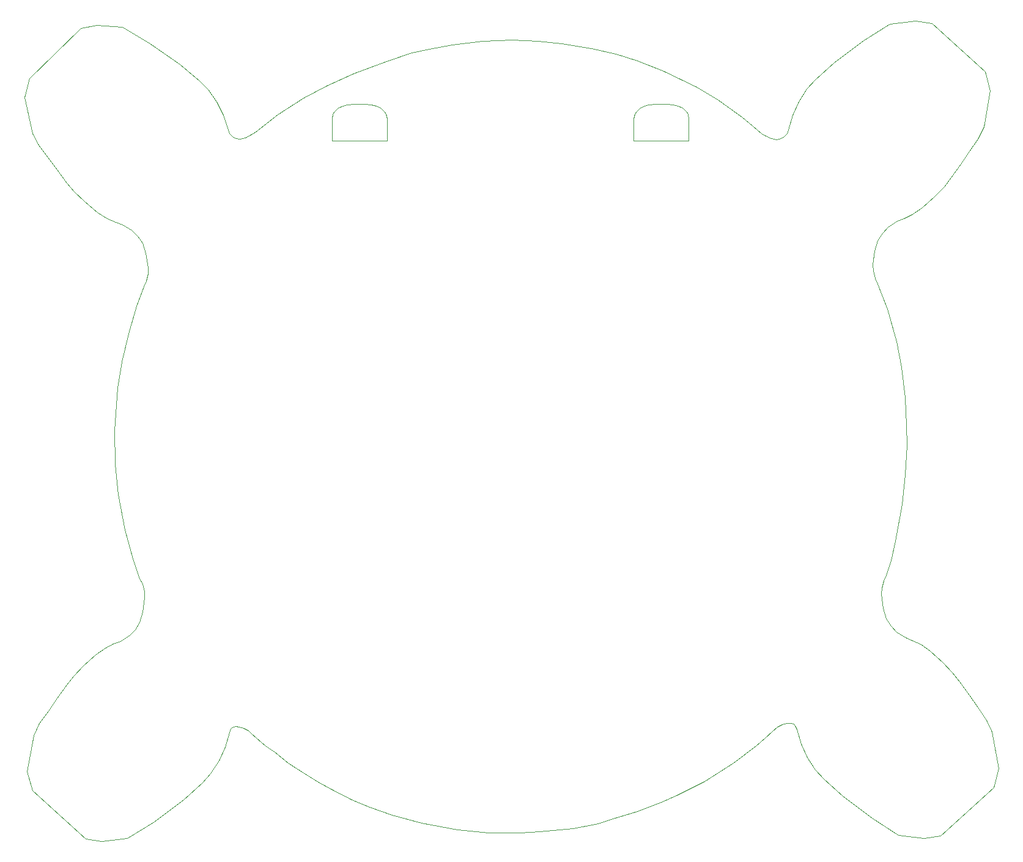
<source format=gm1>
G04 #@! TF.GenerationSoftware,KiCad,Pcbnew,(5.1.9)-1*
G04 #@! TF.CreationDate,2022-06-27T18:25:20-05:00*
G04 #@! TF.ProjectId,hom3c0ming_corsage,686f6d33-6330-46d6-996e-675f636f7273,4*
G04 #@! TF.SameCoordinates,Original*
G04 #@! TF.FileFunction,Profile,NP*
%FSLAX46Y46*%
G04 Gerber Fmt 4.6, Leading zero omitted, Abs format (unit mm)*
G04 Created by KiCad (PCBNEW (5.1.9)-1) date 2022-06-27 18:25:20*
%MOMM*%
%LPD*%
G01*
G04 APERTURE LIST*
G04 #@! TA.AperFunction,Profile*
%ADD10C,0.050000*%
G04 #@! TD*
G04 APERTURE END LIST*
D10*
X120685000Y-42545000D02*
X121320000Y-42672000D01*
X119034000Y-42418000D02*
X118272000Y-42418000D01*
X116113000Y-42926000D02*
X116748000Y-42672000D01*
X122463000Y-43434000D02*
X122717000Y-43815000D01*
X115224000Y-44450000D02*
X115351000Y-43815000D01*
X119796000Y-42418000D02*
X120685000Y-42545000D01*
X121955000Y-42926000D02*
X122463000Y-43434000D01*
X115605000Y-43434000D02*
X116113000Y-42926000D01*
X115224000Y-47523400D02*
X115224000Y-44450000D01*
X122717000Y-43815000D02*
X122844000Y-44450000D01*
X121320000Y-42672000D02*
X121955000Y-42926000D01*
X116748000Y-42672000D02*
X117256000Y-42545000D01*
X122844000Y-47523400D02*
X122844000Y-44450000D01*
X115351000Y-43815000D02*
X115605000Y-43434000D01*
X117256000Y-42545000D02*
X118272000Y-42418000D01*
X119034000Y-42418000D02*
X119796000Y-42418000D01*
X122844000Y-47523400D02*
X115224000Y-47523400D01*
X157896000Y-42926000D02*
X158531000Y-42672000D01*
X160817000Y-42418000D02*
X160055000Y-42418000D01*
X162468000Y-42545000D02*
X163103000Y-42672000D01*
X157007000Y-44450000D02*
X157134000Y-43815000D01*
X164246000Y-43434000D02*
X164500000Y-43815000D01*
X164500000Y-43815000D02*
X164627000Y-44450000D01*
X163103000Y-42672000D02*
X163738000Y-42926000D01*
X158531000Y-42672000D02*
X159039000Y-42545000D01*
X163738000Y-42926000D02*
X164246000Y-43434000D01*
X159039000Y-42545000D02*
X160055000Y-42418000D01*
X161579000Y-42418000D02*
X162468000Y-42545000D01*
X157388000Y-43434000D02*
X157896000Y-42926000D01*
X157134000Y-43815000D02*
X157388000Y-43434000D01*
X160817000Y-42418000D02*
X161579000Y-42418000D01*
X164627000Y-47523400D02*
X157007000Y-47523400D01*
X157007000Y-47523400D02*
X157007000Y-44450000D01*
X164627000Y-47523400D02*
X164627000Y-44450000D01*
X154127200Y-141351000D02*
X152044400Y-141960600D01*
X157454600Y-140335000D02*
X154127200Y-141351000D01*
X160756600Y-139039600D02*
X157454600Y-140335000D01*
X162941000Y-138099800D02*
X160756600Y-139039600D01*
X166776400Y-136118600D02*
X162941000Y-138099800D01*
X170789600Y-133604000D02*
X166776400Y-136118600D01*
X173913800Y-131216400D02*
X170789600Y-133604000D01*
X175158400Y-130149600D02*
X173913800Y-131216400D01*
X176225200Y-129209800D02*
X175158400Y-130149600D01*
X176885600Y-128625600D02*
X176225200Y-129209800D01*
X177520600Y-128320800D02*
X176885600Y-128625600D01*
X178130200Y-128092200D02*
X177520600Y-128320800D01*
X178739800Y-128092200D02*
X178130200Y-128092200D01*
X179146200Y-128219200D02*
X178739800Y-128092200D01*
X179371523Y-128439465D02*
X179146200Y-128219200D01*
X148590000Y-142671800D02*
X152044400Y-141960600D01*
X143967200Y-143103600D02*
X148590000Y-142671800D01*
X141221460Y-143286480D02*
X143967200Y-143103600D01*
X136903460Y-143286480D02*
X141221460Y-143286480D01*
X132562600Y-142849600D02*
X136903460Y-143286480D01*
X127635000Y-141935200D02*
X132562600Y-142849600D01*
X123520200Y-140843000D02*
X127635000Y-141935200D01*
X120396000Y-139700000D02*
X123520200Y-140843000D01*
X117932200Y-138658600D02*
X120396000Y-139700000D01*
X115163600Y-137261600D02*
X117932200Y-138658600D01*
X113258600Y-136220200D02*
X115163600Y-137261600D01*
X111252000Y-134975600D02*
X113258600Y-136220200D01*
X109143800Y-133604000D02*
X111252000Y-134975600D01*
X107264200Y-132130800D02*
X109143800Y-133604000D01*
X106045000Y-131216400D02*
X107264200Y-132130800D01*
X104749600Y-130149600D02*
X106045000Y-131216400D01*
X104013000Y-129438400D02*
X104749600Y-130149600D01*
X103682800Y-129159000D02*
X104013000Y-129438400D01*
X102997000Y-128828800D02*
X103682800Y-129159000D01*
X102336600Y-128600200D02*
X102997000Y-128828800D01*
X101828600Y-128549400D02*
X102336600Y-128600200D01*
X101396800Y-128701800D02*
X101828600Y-128549400D01*
X101195139Y-128900094D02*
X101396800Y-128701800D01*
X173532800Y-45516800D02*
X174643971Y-46462130D01*
X171983400Y-44196000D02*
X173532800Y-45516800D01*
X168706800Y-41859200D02*
X171983400Y-44196000D01*
X165709600Y-40081200D02*
X168706800Y-41859200D01*
X161163000Y-37896800D02*
X165709600Y-40081200D01*
X157505400Y-36423600D02*
X161163000Y-37896800D01*
X154559000Y-35509200D02*
X157505400Y-36423600D01*
X151155400Y-34747200D02*
X154559000Y-35509200D01*
X147015200Y-34086800D02*
X151155400Y-34747200D01*
X143789400Y-33680400D02*
X147015200Y-34086800D01*
X140106400Y-33528000D02*
X143789400Y-33680400D01*
X136093200Y-33680400D02*
X140106400Y-33528000D01*
X131800600Y-34213800D02*
X136093200Y-33680400D01*
X128676400Y-34772600D02*
X131800600Y-34213800D01*
X126212600Y-35356800D02*
X128676400Y-34772600D01*
X122758200Y-36499800D02*
X126212600Y-35356800D01*
X118211600Y-38201600D02*
X122758200Y-36499800D01*
X114452400Y-39878000D02*
X118211600Y-38201600D01*
X111226600Y-41554400D02*
X114452400Y-39878000D01*
X107696000Y-43891200D02*
X111226600Y-41554400D01*
X104597200Y-46304200D02*
X107696000Y-43891200D01*
X192100200Y-70764400D02*
X190798767Y-67297829D01*
X193421000Y-75311000D02*
X192100200Y-70764400D01*
X194056000Y-78816200D02*
X193421000Y-75311000D01*
X194564000Y-83108800D02*
X194056000Y-78816200D01*
X194741800Y-86791800D02*
X194564000Y-83108800D01*
X194792600Y-89636600D02*
X194741800Y-86791800D01*
X194589400Y-93726000D02*
X194792600Y-89636600D01*
X194183000Y-97790000D02*
X194589400Y-93726000D01*
X193217800Y-102870000D02*
X194183000Y-97790000D01*
X192608200Y-105587800D02*
X193217800Y-102870000D01*
X191967167Y-107631971D02*
X192608200Y-105587800D01*
X88163400Y-70383400D02*
X89179400Y-67691000D01*
X87045800Y-74142600D02*
X88163400Y-70383400D01*
X86131400Y-78079600D02*
X87045800Y-74142600D01*
X85521800Y-81711800D02*
X86131400Y-78079600D01*
X85090000Y-87553800D02*
X85521800Y-81711800D01*
X85191600Y-92252800D02*
X85090000Y-87553800D01*
X85598000Y-96418400D02*
X85191600Y-92252800D01*
X86563200Y-101371400D02*
X85598000Y-96418400D01*
X87655400Y-105359200D02*
X86563200Y-101371400D01*
X88599495Y-108092601D02*
X87655400Y-105359200D01*
X77106511Y-124683607D02*
X78463335Y-122780895D01*
X74711341Y-128147507D02*
X75946560Y-126401534D01*
X84975150Y-117114584D02*
X85928239Y-116750900D01*
X100983520Y-129390378D02*
X101195139Y-128900094D01*
X80760835Y-120159117D02*
X82486338Y-118624762D01*
X98410739Y-135046212D02*
X99544420Y-133303786D01*
X87955696Y-115129755D02*
X88606506Y-114115825D01*
X81089951Y-144139838D02*
X83363358Y-144467098D01*
X99544420Y-133303786D02*
X100419824Y-131443301D01*
X100419824Y-131443301D02*
X100983520Y-129390378D01*
X75946560Y-126401534D02*
X77106511Y-124683607D01*
X82486338Y-118624762D02*
X83800693Y-117689322D01*
X89039172Y-112677448D02*
X89276417Y-110737587D01*
X73740284Y-137458067D02*
X73013480Y-134840238D01*
X88956087Y-108842612D02*
X88599495Y-108092601D01*
X89276417Y-110737587D02*
X89247163Y-109899897D01*
X88606506Y-114115825D02*
X89039172Y-112677448D01*
X85928239Y-116750900D02*
X87196255Y-115944155D01*
X90587229Y-141724117D02*
X94649236Y-138684903D01*
X79437052Y-121552364D02*
X80760835Y-120159117D01*
X97260216Y-136306333D02*
X98410739Y-135046212D01*
X78463335Y-122780895D02*
X79437052Y-121552364D01*
X87196255Y-115944155D02*
X87955696Y-115129755D01*
X86907439Y-144063765D02*
X90587229Y-141724117D01*
X83800693Y-117689322D02*
X84975150Y-117114584D01*
X89247163Y-109899897D02*
X88956087Y-108842612D01*
X73013480Y-134840238D02*
X73930385Y-129801369D01*
X73740284Y-137458067D02*
X81089951Y-144139838D01*
X73930385Y-129801369D02*
X74711341Y-128147507D01*
X94649236Y-138684903D02*
X97260216Y-136306333D01*
X83363358Y-144467098D02*
X86907439Y-144063765D01*
X192610965Y-114669126D02*
X191960155Y-113655196D01*
X199805827Y-119698487D02*
X198080324Y-118164133D01*
X182155922Y-134585583D02*
X181022242Y-132843156D01*
X179583141Y-128929749D02*
X179371523Y-128439465D01*
X195591512Y-116653955D02*
X194638424Y-116290271D01*
X205855321Y-127686878D02*
X204620102Y-125940906D01*
X203460151Y-124222977D02*
X202103327Y-122320266D01*
X181022242Y-132843156D02*
X180146839Y-130982672D01*
X199476711Y-143679210D02*
X197203305Y-144006468D01*
X201129609Y-121091736D02*
X199805827Y-119698487D01*
X183306446Y-135845704D02*
X182155922Y-134585583D01*
X202103327Y-122320266D02*
X201129609Y-121091736D01*
X206636278Y-129340740D02*
X205855321Y-127686878D01*
X193370406Y-115483526D02*
X192610965Y-114669126D01*
X193659222Y-143603136D02*
X189979433Y-141263487D01*
X196765969Y-117228693D02*
X195591512Y-116653955D01*
X207553183Y-134379610D02*
X206636278Y-129340740D01*
X197203305Y-144006468D02*
X193659222Y-143603136D01*
X191319498Y-109439269D02*
X191610574Y-108381983D01*
X180146839Y-130982672D02*
X179583141Y-128929749D01*
X204620102Y-125940906D02*
X203460151Y-124222977D01*
X198080324Y-118164133D02*
X196765969Y-117228693D01*
X191527490Y-112216820D02*
X191290245Y-110276958D01*
X206826378Y-136997439D02*
X207553183Y-134379610D01*
X191610574Y-108381983D02*
X191967167Y-107631971D01*
X206826378Y-136997439D02*
X199476711Y-143679210D01*
X191290245Y-110276958D02*
X191319498Y-109439269D01*
X191960155Y-113655196D02*
X191527490Y-112216820D01*
X194638424Y-116290271D02*
X193370406Y-115483526D01*
X189979433Y-141263487D02*
X185917425Y-138224274D01*
X185917425Y-138224274D02*
X183306446Y-135845704D01*
X202291751Y-50706823D02*
X200934927Y-52609534D01*
X204686921Y-47242922D02*
X203451702Y-48988894D01*
X194423112Y-58275845D02*
X193470024Y-58639529D01*
X176833567Y-47300626D02*
X176041328Y-47175798D01*
X178414741Y-46000051D02*
X178203123Y-46490335D01*
X177389368Y-47204970D02*
X176833567Y-47300626D01*
X176041328Y-47175798D02*
X175266496Y-46821623D01*
X177837424Y-46935169D02*
X177389368Y-47204970D01*
X198637427Y-55231313D02*
X196911924Y-56765667D01*
X180987522Y-40344217D02*
X179853842Y-42086644D01*
X191442565Y-60260674D02*
X190791755Y-61274604D01*
X198308311Y-31250590D02*
X196034905Y-30923332D01*
X179853842Y-42086644D02*
X178978439Y-43947128D01*
X178978439Y-43947128D02*
X178414741Y-46000051D01*
X203451702Y-48988894D02*
X202291751Y-50706823D01*
X196911924Y-56765667D02*
X195597569Y-57701107D01*
X190359090Y-62712980D02*
X190121845Y-64652842D01*
X205657978Y-37932361D02*
X206384783Y-40550190D01*
X190442174Y-66547817D02*
X190798767Y-67297829D01*
X190121845Y-64652842D02*
X190151098Y-65490531D01*
X190791755Y-61274604D02*
X190359090Y-62712980D01*
X193470024Y-58639529D02*
X192202006Y-59446274D01*
X175266496Y-46821623D02*
X174643971Y-46462130D01*
X188811033Y-33666313D02*
X184749025Y-36705526D01*
X199961209Y-53838064D02*
X198637427Y-55231313D01*
X182138046Y-39084096D02*
X180987522Y-40344217D01*
X200934927Y-52609534D02*
X199961209Y-53838064D01*
X192202006Y-59446274D02*
X191442565Y-60260674D01*
X192490822Y-31326664D02*
X188811033Y-33666313D01*
X195597569Y-57701107D02*
X194423112Y-58275845D01*
X190151098Y-65490531D02*
X190442174Y-66547817D01*
X206384783Y-40550190D02*
X205467878Y-45589060D01*
X205657978Y-37932361D02*
X198308311Y-31250590D01*
X178203123Y-46490335D02*
X177837424Y-46935169D01*
X205467878Y-45589060D02*
X204686921Y-47242922D01*
X184749025Y-36705526D02*
X182138046Y-39084096D01*
X196034905Y-30923332D02*
X192490822Y-31326664D01*
X89509600Y-66929000D02*
X89179400Y-67691000D01*
X89763600Y-65862200D02*
X89509600Y-66929000D01*
X89763600Y-65024000D02*
X89763600Y-65862200D01*
X89458800Y-63093600D02*
X89763600Y-65024000D01*
X88976200Y-61671200D02*
X89458800Y-63093600D01*
X88290400Y-60680600D02*
X88976200Y-61671200D01*
X87503000Y-59893200D02*
X88290400Y-60680600D01*
X86207600Y-59131200D02*
X87503000Y-59893200D01*
X85242400Y-58801000D02*
X86207600Y-59131200D01*
X84048600Y-58267600D02*
X85242400Y-58801000D01*
X82702400Y-57378600D02*
X84048600Y-58267600D01*
X80924400Y-55905400D02*
X82702400Y-57378600D01*
X79552800Y-54559200D02*
X80924400Y-55905400D01*
X78536800Y-53365400D02*
X79552800Y-54559200D01*
X77114400Y-51511200D02*
X78536800Y-53365400D01*
X75895200Y-49834800D02*
X77114400Y-51511200D01*
X74599800Y-48133000D02*
X75895200Y-49834800D01*
X73761600Y-46507400D02*
X74599800Y-48133000D01*
X72669400Y-41503600D02*
X73761600Y-46507400D01*
X73304400Y-38862000D02*
X72669400Y-41503600D01*
X103987600Y-46685200D02*
X104597200Y-46304200D01*
X103225600Y-47066200D02*
X103987600Y-46685200D01*
X102438200Y-47218600D02*
X103225600Y-47066200D01*
X101879400Y-47142400D02*
X102438200Y-47218600D01*
X101422200Y-46888400D02*
X101879400Y-47142400D01*
X101041200Y-46456600D02*
X101422200Y-46888400D01*
X100812600Y-45974000D02*
X101041200Y-46456600D01*
X100177600Y-43942000D02*
X100812600Y-45974000D01*
X99237800Y-42113200D02*
X100177600Y-43942000D01*
X98044000Y-40411400D02*
X99237800Y-42113200D01*
X96850200Y-39192200D02*
X98044000Y-40411400D01*
X94157800Y-36906200D02*
X96850200Y-39192200D01*
X89992200Y-34010600D02*
X94157800Y-36906200D01*
X86233000Y-31800800D02*
X89992200Y-34010600D01*
X82677000Y-31521400D02*
X86233000Y-31800800D01*
X80416400Y-31927800D02*
X82677000Y-31521400D01*
X73304400Y-38862000D02*
X80416400Y-31927800D01*
M02*

</source>
